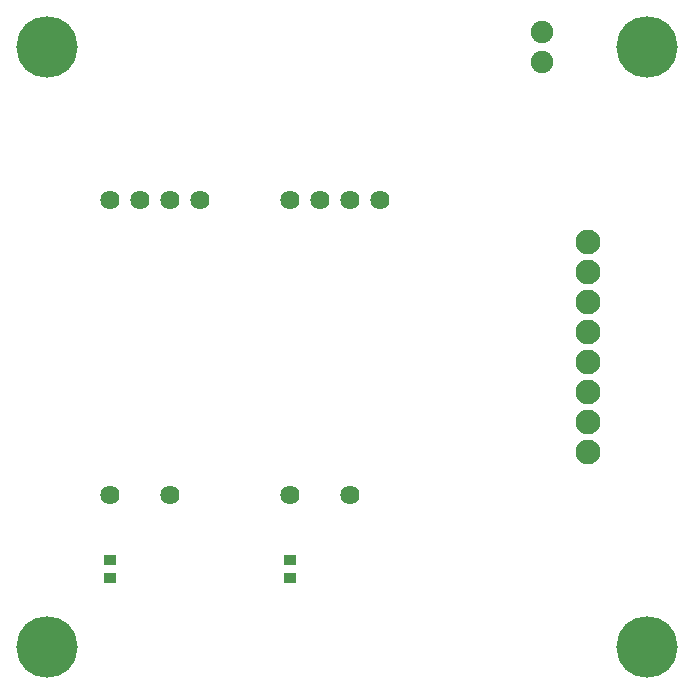
<source format=gts>
G04 Layer: TopSolderMaskLayer*
G04 EasyEDA v6.5.22, 2023-02-15 20:21:58*
G04 734b4a54bc3d48cea6392fdb8e28a27f,5a6b42c53f6a479593ecc07194224c93,10*
G04 Gerber Generator version 0.2*
G04 Scale: 100 percent, Rotated: No, Reflected: No *
G04 Dimensions in millimeters *
G04 leading zeros omitted , absolute positions ,4 integer and 5 decimal *
%FSLAX45Y45*%
%MOMM*%

%AMMACRO1*1,1,$1,$2,$3*1,1,$1,$4,$5*1,1,$1,0-$2,0-$3*1,1,$1,0-$4,0-$5*20,1,$1,$2,$3,$4,$5,0*20,1,$1,$4,$5,0-$2,0-$3,0*20,1,$1,0-$2,0-$3,0-$4,0-$5,0*20,1,$1,0-$4,0-$5,$2,$3,0*4,1,4,$2,$3,$4,$5,0-$2,0-$3,0-$4,0-$5,$2,$3,0*%
%ADD10MACRO1,0.1016X-0.432X-0.4032X0.432X-0.4032*%
%ADD11MACRO1,0.1016X-0.432X0.4032X0.432X0.4032*%
%ADD12C,5.2032*%
%ADD13C,1.9016*%
%ADD14C,2.1016*%
%ADD15C,1.6256*%

%LPD*%
D10*
G01*
X2438400Y1116722D03*
D11*
G01*
X2438400Y966072D03*
D10*
G01*
X914400Y1116722D03*
D11*
G01*
X914400Y966072D03*
D12*
G01*
X381000Y5461000D03*
G01*
X5461000Y5461000D03*
G01*
X5461000Y381000D03*
G01*
X381000Y381000D03*
D13*
G01*
X4572000Y5588000D03*
G01*
X4572000Y5334000D03*
D14*
G01*
X4956581Y3807205D03*
G01*
X4956581Y3553205D03*
G01*
X4956581Y3299205D03*
G01*
X4956581Y3045205D03*
G01*
X4956581Y2791205D03*
G01*
X4956581Y2537205D03*
G01*
X4956581Y2283205D03*
G01*
X4956581Y2029205D03*
D15*
G01*
X914400Y1663700D03*
G01*
X1422400Y1663700D03*
G01*
X1676400Y4163695D03*
G01*
X1422400Y4163695D03*
G01*
X1168400Y4163695D03*
G01*
X914400Y4163695D03*
G01*
X2692400Y4163695D03*
G01*
X2946400Y4163695D03*
G01*
X3200400Y4163695D03*
G01*
X2946400Y1663700D03*
G01*
X2438400Y1663700D03*
G01*
X2438400Y4163695D03*
M02*

</source>
